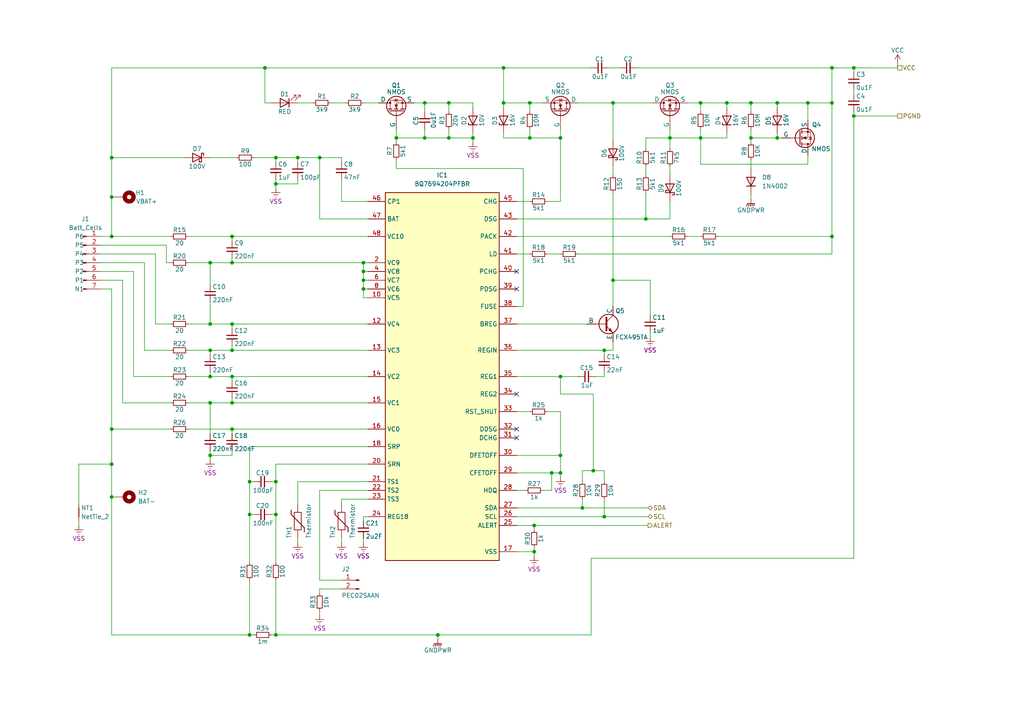
<source format=kicad_sch>
(kicad_sch (version 20230121) (generator eeschema)
  (paper "A4")
  (title_block (title "BMS") (date "2024-01-18") (rev "v0.1"))
  (lib_symbols
    (symbol "BQ7694204PFBR:BQ7694204PFBR"
      (property "Reference" "IC1" (at 21.59 15.24 0))
      (property "Value" "BQ7694204PFBR" (at 21.59 12.7 0))
      (symbol "BQ7694204PFBR_1_1"
        (rectangle (start 5.08 10.16) (end 38.1 -96.52) (stroke (width 0.254)) (fill (type background)))
        (pin no_connect line (at 21.59 -93.98 90) (length 5.08) hide (name "NC_1") (number "1"))
        (pin passive line (at 0 -20.32 0) (length 5.08) (name "VC5") (number "10"))
        (pin no_connect line (at 21.59 -93.98 90) (length 5.08) hide (name "NC_6") (number "11"))
        (pin passive line (at 0 -27.94 0) (length 5.08) (name "VC4") (number "12"))
        (pin passive line (at 0 -35.56 0) (length 5.08) (name "VC3") (number "13"))
        (pin passive line (at 0 -43.18 0) (length 5.08) (name "VC2") (number "14"))
        (pin passive line (at 0 -50.8 0) (length 5.08) (name "VC1") (number "15"))
        (pin passive line (at 0 -58.42 0) (length 5.08) (name "VC0") (number "16"))
        (pin passive line (at 43.18 -93.98 180) (length 5.08) (name "VSS") (number "17"))
        (pin passive line (at 0 -63.5 0) (length 5.08) (name "SRP") (number "18"))
        (pin no_connect line (at 21.59 -93.98 90) (length 5.08) hide (name "NC_7") (number "19"))
        (pin passive line (at 0 -10.16 0) (length 5.08) (name "VC9") (number "2"))
        (pin passive line (at 0 -68.58 0) (length 5.08) (name "SRN") (number "20"))
        (pin passive line (at 0 -73.66 0) (length 5.08) (name "TS1") (number "21"))
        (pin passive line (at 0 -76.2 0) (length 5.08) (name "TS2") (number "22"))
        (pin passive line (at 0 -78.74 0) (length 5.08) (name "TS3") (number "23"))
        (pin passive line (at 0 -83.82 0) (length 5.08) (name "REG18") (number "24"))
        (pin passive line (at 43.18 -86.36 180) (length 5.08) (name "ALERT") (number "25"))
        (pin passive line (at 43.18 -83.82 180) (length 5.08) (name "SCL") (number "26"))
        (pin passive line (at 43.18 -81.28 180) (length 5.08) (name "SDA") (number "27"))
        (pin passive line (at 43.18 -76.2 180) (length 5.08) (name "HDQ") (number "28"))
        (pin passive line (at 43.18 -71.12 180) (length 5.08) (name "CFETOFF") (number "29"))
        (pin no_connect line (at 21.59 -93.98 90) (length 5.08) hide (name "NC_2") (number "3"))
        (pin passive line (at 43.18 -66.04 180) (length 5.08) (name "DFETOFF") (number "30"))
        (pin passive line (at 43.18 -60.96 180) (length 5.08) (name "DCHG") (number "31"))
        (pin passive line (at 43.18 -58.42 180) (length 5.08) (name "DDSG") (number "32"))
        (pin passive line (at 43.18 -53.34 180) (length 5.08) (name "RST_SHUT") (number "33"))
        (pin passive line (at 43.18 -48.26 180) (length 5.08) (name "REG2") (number "34"))
        (pin passive line (at 43.18 -43.18 180) (length 5.08) (name "REG1") (number "35"))
        (pin passive line (at 43.18 -35.56 180) (length 5.08) (name "REGIN") (number "36"))
        (pin passive line (at 43.18 -27.94 180) (length 5.08) (name "BREG") (number "37"))
        (pin passive line (at 43.18 -22.86 180) (length 5.08) (name "FUSE") (number "38"))
        (pin passive line (at 43.18 -17.78 180) (length 5.08) (name "PDSG") (number "39"))
        (pin passive line (at 0 -12.7 0) (length 5.08) (name "VC8") (number "4"))
        (pin passive line (at 43.18 -12.7 180) (length 5.08) (name "PCHG") (number "40"))
        (pin passive line (at 43.18 -7.62 180) (length 5.08) (name "LD") (number "41"))
        (pin passive line (at 43.18 -2.54 180) (length 5.08) (name "PACK") (number "42"))
        (pin passive line (at 43.18 2.54 180) (length 5.08) (name "DSG") (number "43"))
        (pin no_connect line (at 21.59 -93.98 90) (length 5.08) hide (name "NC_8") (number "44"))
        (pin passive line (at 43.18 7.62 180) (length 5.08) (name "CHG") (number "45"))
        (pin passive line (at 0 7.62 0) (length 5.08) (name "CP1") (number "46"))
        (pin passive line (at 0 2.54 0) (length 5.08) (name "BAT") (number "47"))
        (pin passive line (at 0 -2.54 0) (length 5.08) (name "VC10") (number "48"))
        (pin no_connect line (at 21.59 -93.98 90) (length 5.08) hide (name "NC_3") (number "5"))
        (pin passive line (at 0 -15.24 0) (length 5.08) (name "VC7") (number "6"))
        (pin no_connect line (at 21.59 -93.98 90) (length 5.08) hide (name "NC_4") (number "7"))
        (pin passive line (at 0 -17.78 0) (length 5.08) (name "VC6") (number "8"))
        (pin no_connect line (at 21.59 -93.98 90) (length 5.08) hide (name "NC_5") (number "9"))
      )
    )
    (symbol "Connector:Conn_01x02_Pin" (pin_names (offset 1.016) hide)
      (property "Reference" "J" (at 0 2.54 0))
      (property "Value" "Conn_01x02_Pin" (at 0 -5.08 0))
      (symbol "Conn_01x02_Pin_1_1"
        (polyline (pts (xy 1.27 -2.54) (xy 0.8636 -2.54)) (stroke (width 0.1524)))
        (polyline (pts (xy 1.27 0) (xy 0.8636 0)) (stroke (width 0.1524)))
        (rectangle (start 0.8636 -2.413) (end 0 -2.667) (stroke (width 0.1524)) (fill (type outline)))
        (rectangle (start 0.8636 0.127) (end 0 -0.127) (stroke (width 0.1524)) (fill (type outline)))
        (pin passive line (at 5.08 0 180) (length 3.81) (name "Pin_1") (number "1"))
        (pin passive line (at 5.08 -2.54 180) (length 3.81) (name "Pin_2") (number "2"))
      )
    )
    (symbol "Connector:Conn_01x07_Pin" (pin_names (offset 1.016))
      (property "Reference" "J2" (at 0.635 12.7 0))
      (property "Value" "Batt_Cells" (at 0.635 10.16 0))
      (symbol "Conn_01x07_Pin_1_1"
        (polyline (pts (xy 1.27 -7.62) (xy 0.8636 -7.62)) (stroke (width 0.1524)))
        (polyline (pts (xy 1.27 -5.08) (xy 0.8636 -5.08)) (stroke (width 0.1524)))
        (polyline (pts (xy 1.27 -2.54) (xy 0.8636 -2.54)) (stroke (width 0.1524)))
        (polyline (pts (xy 1.27 0) (xy 0.8636 0)) (stroke (width 0.1524)))
        (polyline (pts (xy 1.27 2.54) (xy 0.8636 2.54)) (stroke (width 0.1524)))
        (polyline (pts (xy 1.27 5.08) (xy 0.8636 5.08)) (stroke (width 0.1524)))
        (polyline (pts (xy 1.27 7.62) (xy 0.8636 7.62)) (stroke (width 0.1524)))
        (rectangle (start 0.8636 -7.493) (end 0 -7.747) (stroke (width 0.1524)) (fill (type outline)))
        (rectangle (start 0.8636 -4.953) (end 0 -5.207) (stroke (width 0.1524)) (fill (type outline)))
        (rectangle (start 0.8636 -2.413) (end 0 -2.667) (stroke (width 0.1524)) (fill (type outline)))
        (rectangle (start 0.8636 0.127) (end 0 -0.127) (stroke (width 0.1524)) (fill (type outline)))
        (rectangle (start 0.8636 2.667) (end 0 2.413) (stroke (width 0.1524)) (fill (type outline)))
        (rectangle (start 0.8636 5.207) (end 0 4.953) (stroke (width 0.1524)) (fill (type outline)))
        (rectangle (start 0.8636 7.747) (end 0 7.493) (stroke (width 0.1524)) (fill (type outline)))
        (pin passive line (at 5.08 7.62 180) (length 3.81) (name "Pin_1") (number "1") (alternate "P6" power_in line))
        (pin passive line (at 5.08 5.08 180) (length 3.81) (name "Pin_2") (number "2") (alternate "P5" power_in line))
        (pin passive line (at 5.08 2.54 180) (length 3.81) (name "Pin_3") (number "3") (alternate "P4" power_in line))
        (pin passive line (at 5.08 0 180) (length 3.81) (name "Pin_4") (number "4") (alternate "P3" power_in line))
        (pin passive line (at 5.08 -2.54 180) (length 3.81) (name "Pin_5") (number "5") (alternate "P2" power_in line))
        (pin passive line (at 5.08 -5.08 180) (length 3.81) (name "Pin_6") (number "6") (alternate "P1" power_in line))
        (pin passive line (at 5.08 -7.62 180) (length 3.81) (name "Pin_7") (number "7") (alternate "N1" power_in line))
      )
    )
    (symbol "Device:C_Small" (pin_numbers hide) (pin_names (offset 0.254) hide)
      (property "Reference" "C" (at 0.254 1.778 0))
      (property "Value" "C_Small" (at 0.254 -2.032 0))
      (symbol "C_Small_0_1"
        (polyline (pts (xy -1.524 -0.508) (xy 1.524 -0.508)) (stroke (width 0.3302)))
        (polyline (pts (xy -1.524 0.508) (xy 1.524 0.508)) (stroke (width 0.3048)))
      )
      (symbol "C_Small_1_1"
        (pin passive line (at 0 2.54 270) (length 2.032) (name "~") (number "1"))
        (pin passive line (at 0 -2.54 90) (length 2.032) (name "~") (number "2"))
      )
    )
    (symbol "Device:D_Schottky" (pin_numbers hide) (pin_names (offset 1.016) hide)
      (property "Reference" "D" (at 0 2.54 0))
      (property "Value" "D_Schottky" (at 0 -2.54 0))
      (symbol "D_Schottky_0_1"
        (polyline (pts (xy 1.27 0) (xy -1.27 0)))
        (polyline (pts (xy 1.27 1.27) (xy 1.27 -1.27) (xy -1.27 0) (xy 1.27 1.27)) (stroke (width 0.254)))
        (polyline (pts (xy -1.905 0.635) (xy -1.905 1.27) (xy -1.27 1.27) (xy -1.27 -1.27) (xy -0.635 -1.27) (xy -0.635 -0.635)) (stroke (width 0.254)))
      )
      (symbol "D_Schottky_1_1"
        (pin passive line (at -3.81 0 0) (length 2.54) (name "K") (number "1"))
        (pin passive line (at 3.81 0 180) (length 2.54) (name "A") (number "2"))
      )
    )
    (symbol "Device:D_Zener" (pin_numbers hide) (pin_names (offset 1.016) hide)
      (property "Reference" "D" (at 0 2.54 0))
      (property "Value" "D_Zener" (at 0 -2.54 0))
      (symbol "D_Zener_0_1"
        (polyline (pts (xy 1.27 0) (xy -1.27 0)))
        (polyline (pts (xy -1.27 -1.27) (xy -1.27 1.27) (xy -0.762 1.27)) (stroke (width 0.254)))
        (polyline (pts (xy 1.27 -1.27) (xy 1.27 1.27) (xy -1.27 0) (xy 1.27 -1.27)) (stroke (width 0.254)))
      )
      (symbol "D_Zener_1_1"
        (pin passive line (at -3.81 0 0) (length 2.54) (name "K") (number "1"))
        (pin passive line (at 3.81 0 180) (length 2.54) (name "A") (number "2"))
      )
    )
    (symbol "Device:LED" (pin_numbers hide) (pin_names (offset 1.016) hide)
      (property "Reference" "D" (at 0 2.54 0))
      (property "Value" "LED" (at 0 -2.54 0))
      (symbol "LED_0_1"
        (polyline (pts (xy -1.27 -1.27) (xy -1.27 1.27)) (stroke (width 0.254)))
        (polyline (pts (xy -1.27 0) (xy 1.27 0)))
        (polyline (pts (xy 1.27 -1.27) (xy 1.27 1.27) (xy -1.27 0) (xy 1.27 -1.27)) (stroke (width 0.254)))
        (polyline (pts (xy -3.048 -0.762) (xy -4.572 -2.286) (xy -3.81 -2.286) (xy -4.572 -2.286) (xy -4.572 -1.524)))
        (polyline (pts (xy -1.778 -0.762) (xy -3.302 -2.286) (xy -2.54 -2.286) (xy -3.302 -2.286) (xy -3.302 -1.524)))
      )
      (symbol "LED_1_1"
        (pin passive line (at -3.81 0 0) (length 2.54) (name "K") (number "1"))
        (pin passive line (at 3.81 0 180) (length 2.54) (name "A") (number "2"))
      )
    )
    (symbol "Device:NetTie_2" (pin_numbers hide) (pin_names (offset 0) hide) (in_bom no)
      (property "Reference" "NT" (at 0 1.27 0))
      (property "Value" "NetTie_2" (at 0 -1.27 0))
      (symbol "NetTie_2_0_1"
        (polyline (pts (xy -1.27 0) (xy 1.27 0)) (stroke (width 0.254)))
      )
      (symbol "NetTie_2_1_1"
        (pin passive line (at -2.54 0 0) (length 2.54) (name "1") (number "1"))
        (pin passive line (at 2.54 0 180) (length 2.54) (name "2") (number "2"))
      )
    )
    (symbol "Device:R_Small" (pin_numbers hide) (pin_names (offset 0.254) hide)
      (property "Reference" "R" (at 0.762 0.508 0))
      (property "Value" "R_Small" (at 0.762 -1.016 0))
      (symbol "R_Small_0_1"
        (rectangle (start -0.762 1.778) (end 0.762 -1.778) (stroke (width 0.2032)))
      )
      (symbol "R_Small_1_1"
        (pin passive line (at 0 2.54 270) (length 0.762) (name "~") (number "1"))
        (pin passive line (at 0 -2.54 90) (length 0.762) (name "~") (number "2"))
      )
    )
    (symbol "Device:Thermistor" (pin_numbers hide) (pin_names (offset 0))
      (property "Reference" "TH" (at 2.54 1.27 90))
      (property "Value" "Thermistor" (at -2.54 0 90))
      (symbol "Thermistor_0_1"
        (rectangle (start -1.016 2.54) (end 1.016 -2.54) (stroke (width 0.2032)))
        (polyline (pts (xy -1.905 3.175) (xy -1.905 1.905) (xy 1.905 -1.905) (xy 1.905 -3.175) (xy 1.905 -3.175)) (stroke (width 0.254)))
      )
      (symbol "Thermistor_1_1"
        (pin passive line (at 0 5.08 270) (length 2.54) (name "~") (number "1"))
        (pin passive line (at 0 -5.08 90) (length 2.54) (name "~") (number "2"))
      )
    )
    (symbol "Diode:1N4002" (pin_numbers hide) (pin_names hide)
      (property "Reference" "D" (at 0 2.54 0))
      (property "Value" "1N4002" (at 0 -2.54 0))
      (symbol "1N4002_0_1"
        (polyline (pts (xy -1.27 1.27) (xy -1.27 -1.27)) (stroke (width 0.254)))
        (polyline (pts (xy 1.27 0) (xy -1.27 0)))
        (polyline (pts (xy 1.27 1.27) (xy 1.27 -1.27) (xy -1.27 0) (xy 1.27 1.27)) (stroke (width 0.254)))
      )
      (symbol "1N4002_1_1"
        (pin passive line (at -3.81 0 0) (length 2.54) (name "K") (number "1"))
        (pin passive line (at 3.81 0 180) (length 2.54) (name "A") (number "2"))
      )
    )
    (symbol "Mechanical:MountingHole_Pad" (pin_numbers hide) (pin_names (offset 1.016) hide)
      (property "Reference" "H" (at 0 6.35 0))
      (property "Value" "MountingHole_Pad" (at 0 4.445 0))
      (symbol "MountingHole_Pad_0_1"
        (circle (center 0 1.27) (radius 1.27) (stroke (width 1.27)))
      )
      (symbol "MountingHole_Pad_1_1"
        (pin input line (at 0 -2.54 90) (length 2.54) (name "1") (number "1"))
      )
    )
    (symbol "Simulation_SPICE:NMOS" (pin_numbers hide) (pin_names (offset 0))
      (property "Reference" "Q" (at 5.08 1.27 0))
      (property "Value" "NMOS" (at 5.08 -1.27 0))
      (symbol "NMOS_0_1"
        (polyline (pts (xy 0.254 0) (xy -2.54 0)))
        (polyline (pts (xy 0.254 1.905) (xy 0.254 -1.905)) (stroke (width 0.254)))
        (polyline (pts (xy 0.762 -1.27) (xy 0.762 -2.286)) (stroke (width 0.254)))
        (polyline (pts (xy 0.762 0.508) (xy 0.762 -0.508)) (stroke (width 0.254)))
        (polyline (pts (xy 0.762 2.286) (xy 0.762 1.27)) (stroke (width 0.254)))
        (polyline (pts (xy 2.54 2.54) (xy 2.54 1.778)))
        (polyline (pts (xy 2.54 -2.54) (xy 2.54 0) (xy 0.762 0)))
        (polyline (pts (xy 0.762 -1.778) (xy 3.302 -1.778) (xy 3.302 1.778) (xy 0.762 1.778)))
        (polyline (pts (xy 1.016 0) (xy 2.032 0.381) (xy 2.032 -0.381) (xy 1.016 0)) (fill (type outline)))
        (polyline (pts (xy 2.794 0.508) (xy 2.921 0.381) (xy 3.683 0.381) (xy 3.81 0.254)))
        (polyline (pts (xy 3.302 0.381) (xy 2.921 -0.254) (xy 3.683 -0.254) (xy 3.302 0.381)))
        (circle (center 1.651 0) (radius 2.794) (stroke (width 0.254)))
        (circle (center 2.54 -1.778) (radius 0.254) (fill (type outline)))
        (circle (center 2.54 1.778) (radius 0.254) (fill (type outline)))
      )
      (symbol "NMOS_1_1"
        (pin passive line (at 2.54 5.08 270) (length 2.54) (name "D") (number "1"))
        (pin input line (at -5.08 0 0) (length 2.54) (name "G") (number "2"))
        (pin passive line (at 2.54 -5.08 90) (length 2.54) (name "S") (number "3"))
      )
    )
    (symbol "Simulation_SPICE:NPN" (pin_numbers hide) (pin_names (offset 0))
      (property "Reference" "Q" (at -2.54 7.62 0))
      (property "Value" "NPN" (at -2.54 5.08 0))
      (symbol "NPN_0_1"
        (polyline (pts (xy -2.54 0) (xy 0.635 0)) (stroke (width 0.1524)))
        (polyline (pts (xy 0.635 0.635) (xy 2.54 2.54)))
        (polyline (pts (xy 2.794 -1.27) (xy 2.794 -1.27)) (stroke (width 0.1524)))
        (polyline (pts (xy 2.794 -1.27) (xy 2.794 -1.27)) (stroke (width 0.1524)))
        (polyline (pts (xy 0.635 -0.635) (xy 2.54 -2.54) (xy 2.54 -2.54)))
        (polyline (pts (xy 0.635 1.905) (xy 0.635 -1.905) (xy 0.635 -1.905)) (stroke (width 0.508)))
        (polyline (pts (xy 1.27 -1.778) (xy 1.778 -1.27) (xy 2.286 -2.286) (xy 1.27 -1.778) (xy 1.27 -1.778)) (fill (type outline)))
        (circle (center 1.27 0) (radius 2.8194) (stroke (width 0.254)))
      )
      (symbol "NPN_1_1"
        (pin open_collector line (at 2.54 5.08 270) (length 2.54) (name "C") (number "1"))
        (pin input line (at -5.08 0 0) (length 2.54) (name "B") (number "2"))
        (pin open_emitter line (at 2.54 -5.08 90) (length 2.54) (name "E") (number "3"))
      )
    )
    (symbol "power:Earth" (power) (pin_names (offset 0))
      (symbol "Earth_0_1"
        (polyline (pts (xy -0.635 -1.905) (xy 0.635 -1.905)))
        (polyline (pts (xy -0.127 -2.54) (xy 0.127 -2.54)))
        (polyline (pts (xy 0 -1.27) (xy 0 0)))
        (polyline (pts (xy 1.27 -1.27) (xy -1.27 -1.27)))
      )
      (symbol "Earth_1_1"
        (pin power_in line (at 0 0 270) (length 0) hide (name "Earth") (number "1"))
      )
    )
    (symbol "power:GNDPWR" (power) (pin_names (offset 0))
      (property "Value" "GNDPWR" (at 0 -3.302 0))
      (symbol "GNDPWR_0_1"
        (polyline (pts (xy 0 -1.27) (xy 0 0)))
        (polyline (pts (xy -1.016 -1.27) (xy -1.27 -2.032) (xy -1.27 -2.032)) (stroke (width 0.2032)))
        (polyline (pts (xy -0.508 -1.27) (xy -0.762 -2.032) (xy -0.762 -2.032)) (stroke (width 0.2032)))
        (polyline (pts (xy 0 -1.27) (xy -0.254 -2.032) (xy -0.254 -2.032)) (stroke (width 0.2032)))
        (polyline (pts (xy 0.508 -1.27) (xy 0.254 -2.032) (xy 0.254 -2.032)) (stroke (width 0.2032)))
        (polyline (pts (xy 1.016 -1.27) (xy -1.016 -1.27) (xy -1.016 -1.27)) (stroke (width 0.2032)))
        (polyline (pts (xy 1.016 -1.27) (xy 0.762 -2.032) (xy 0.762 -2.032) (xy 0.762 -2.032)) (stroke (width 0.2032)))
      )
      (symbol "GNDPWR_1_1"
        (pin power_in line (at 0 0 270) (length 0) hide (name "GNDPWR") (number "1"))
      )
    )
    (symbol "power:VCC" (power) (pin_names (offset 0))
      (property "Value" "VCC" (at 0 3.81 0))
      (symbol "VCC_0_1"
        (polyline (pts (xy -0.762 1.27) (xy 0 2.54)))
        (polyline (pts (xy 0 0) (xy 0 2.54)))
        (polyline (pts (xy 0 2.54) (xy 0.762 1.27)))
      )
      (symbol "VCC_1_1"
        (pin power_in line (at 0 0 90) (length 0) hide (name "VCC") (number "1"))
      )
    )
  )
  (junction (at 67.31 76.2))
  (junction (at 241.3 29.845))
  (junction (at 162.56 137.16))
  (junction (at 162.56 132.08))
  (junction (at 60.96 116.84))
  (junction (at 217.805 29.845))
  (junction (at 127 184.15))
  (junction (at 154.94 152.4))
  (junction (at 32.385 45.72))
  (junction (at 67.31 93.98))
  (junction (at 105.41 78.74))
  (junction (at 105.41 81.28))
  (junction (at 241.3 68.58))
  (junction (at 80.01 184.15))
  (junction (at 153.67 29.845))
  (junction (at 72.39 139.7))
  (junction (at 67.31 116.84))
  (junction (at 80.01 139.7))
  (junction (at 67.31 109.22))
  (junction (at 80.01 53.34))
  (junction (at 123.19 29.845))
  (junction (at 175.26 101.6))
  (junction (at 32.385 68.58))
  (junction (at 154.94 160.02))
  (junction (at 225.425 29.845))
  (junction (at 72.39 149.225))
  (junction (at 86.36 45.72))
  (junction (at 80.01 45.72))
  (junction (at 225.425 40.005))
  (junction (at 130.175 29.845))
  (junction (at 123.19 40.005))
  (junction (at 160.02 137.16))
  (junction (at 60.96 76.2))
  (junction (at 80.01 149.225))
  (junction (at 76.835 19.685))
  (junction (at 32.385 134.62))
  (junction (at 114.935 40.005))
  (junction (at 203.2 29.845))
  (junction (at 247.65 33.655))
  (junction (at 187.325 63.5))
  (junction (at 162.56 109.22))
  (junction (at 241.3 19.685))
  (junction (at 60.96 132.08))
  (junction (at 217.805 40.005))
  (junction (at 234.315 29.845))
  (junction (at 175.26 149.86))
  (junction (at 153.67 40.005))
  (junction (at 105.41 76.2))
  (junction (at 172.085 136.525))
  (junction (at 146.05 29.845))
  (junction (at 72.39 184.15))
  (junction (at 168.91 147.32))
  (junction (at 67.31 101.6))
  (junction (at 177.8 81.28))
  (junction (at 137.16 40.005))
  (junction (at 247.65 19.685))
  (junction (at 92.71 45.72))
  (junction (at 105.41 83.82))
  (junction (at 130.175 40.005))
  (junction (at 60.96 109.22))
  (junction (at 146.05 19.685))
  (junction (at 60.96 101.6))
  (junction (at 162.56 40.005))
  (junction (at 32.385 144.145))
  (junction (at 194.31 40.005))
  (junction (at 67.31 124.46))
  (junction (at 67.31 68.58))
  (junction (at 203.2 40.005))
  (junction (at 60.96 93.98))
  (junction (at 210.82 29.845))
  (junction (at 177.8 29.845))
  (junction (at 32.385 57.15))
  (junction (at 32.385 124.46))
  (no_connect (at 149.86 114.3))
  (no_connect (at 149.86 83.82))
  (no_connect (at 149.86 127))
  (no_connect (at 149.86 78.74))
  (no_connect (at 149.86 124.46))
  (wire (pts (xy 86.36 29.845) (xy 90.805 29.845)))
  (wire (pts (xy 80.01 168.275) (xy 80.01 184.15)))
  (wire (pts (xy 241.3 29.845) (xy 241.3 68.58)))
  (wire (pts (xy 123.19 37.465) (xy 123.19 40.005)))
  (wire (pts (xy 29.21 71.12) (xy 48.26 71.12)))
  (wire (pts (xy 106.68 63.5) (xy 92.71 63.5)))
  (wire (pts (xy 67.31 130.81) (xy 67.31 132.08)))
  (wire (pts (xy 154.94 160.02) (xy 154.94 161.29)))
  (wire (pts (xy 38.735 78.74) (xy 38.735 109.22)))
  (wire (pts (xy 217.805 29.845) (xy 217.805 32.385)))
  (wire (pts (xy 153.67 29.845) (xy 153.67 32.385)))
  (wire (pts (xy 247.65 161.925) (xy 247.65 33.655)))
  (wire (pts (xy 60.96 101.6) (xy 60.96 102.87)))
  (wire (pts (xy 241.3 19.685) (xy 241.3 29.845)))
  (wire (pts (xy 199.39 29.845) (xy 203.2 29.845)))
  (wire (pts (xy 160.02 137.16) (xy 160.02 142.24)))
  (wire (pts (xy 67.31 68.58) (xy 106.68 68.58)))
  (wire (pts (xy 157.48 29.845) (xy 153.67 29.845)))
  (wire (pts (xy 203.2 40.005) (xy 203.2 47.625)))
  (wire (pts (xy 29.21 68.58) (xy 32.385 68.58)))
  (wire (pts (xy 73.66 45.72) (xy 80.01 45.72)))
  (wire (pts (xy 99.06 52.07) (xy 99.06 58.42)))
  (wire (pts (xy 60.96 76.2) (xy 67.31 76.2)))
  (wire (pts (xy 67.31 124.46) (xy 67.31 125.73)))
  (wire (pts (xy 86.36 52.07) (xy 86.36 53.34)))
  (wire (pts (xy 149.86 149.86) (xy 175.26 149.86)))
  (wire (pts (xy 105.41 81.28) (xy 105.41 83.82)))
  (wire (pts (xy 67.31 115.57) (xy 67.31 116.84)))
  (wire (pts (xy 146.05 19.685) (xy 146.05 29.845)))
  (wire (pts (xy 210.82 29.845) (xy 217.805 29.845)))
  (wire (pts (xy 167.64 73.66) (xy 241.3 73.66)))
  (wire (pts (xy 149.86 119.38) (xy 153.67 119.38)))
  (wire (pts (xy 241.3 68.58) (xy 241.3 73.66)))
  (wire (pts (xy 67.31 68.58) (xy 67.31 69.85)))
  (wire (pts (xy 32.385 57.15) (xy 32.385 68.58)))
  (wire (pts (xy 54.61 109.22) (xy 60.96 109.22)))
  (wire (pts (xy 137.16 38.735) (xy 137.16 40.005)))
  (wire (pts (xy 137.16 40.005) (xy 130.175 40.005)))
  (wire (pts (xy 48.26 76.2) (xy 48.26 71.12)))
  (wire (pts (xy 67.31 109.22) (xy 67.31 110.49)))
  (wire (pts (xy 162.56 37.465) (xy 162.56 40.005)))
  (wire (pts (xy 114.935 40.005) (xy 114.935 41.275)))
  (wire (pts (xy 32.385 144.145) (xy 32.385 184.15)))
  (wire (pts (xy 105.41 76.2) (xy 105.41 78.74)))
  (wire (pts (xy 194.31 37.465) (xy 194.31 40.005)))
  (wire (pts (xy 130.175 40.005) (xy 123.19 40.005)))
  (wire (pts (xy 114.935 40.005) (xy 114.935 37.465)))
  (wire (pts (xy 177.8 29.845) (xy 189.23 29.845)))
  (wire (pts (xy 177.8 29.845) (xy 177.8 40.64)))
  (wire (pts (xy 171.45 184.15) (xy 171.45 161.925)))
  (wire (pts (xy 194.31 43.18) (xy 194.31 40.005)))
  (wire (pts (xy 162.56 137.16) (xy 162.56 132.08)))
  (wire (pts (xy 80.01 184.15) (xy 127 184.15)))
  (wire (pts (xy 177.8 48.26) (xy 177.8 50.8)))
  (wire (pts (xy 86.36 45.72) (xy 86.36 46.99)))
  (wire (pts (xy 153.67 37.465) (xy 153.67 40.005)))
  (wire (pts (xy 92.71 177.165) (xy 92.71 178.435)))
  (wire (pts (xy 99.06 156.21) (xy 99.06 157.48)))
  (wire (pts (xy 188.595 96.52) (xy 188.595 97.79)))
  (wire (pts (xy 106.68 86.36) (xy 105.41 86.36)))
  (wire (pts (xy 92.71 63.5) (xy 92.71 45.72)))
  (wire (pts (xy 41.91 76.2) (xy 41.91 101.6)))
  (wire (pts (xy 60.96 107.95) (xy 60.96 109.22)))
  (wire (pts (xy 32.385 184.15) (xy 72.39 184.15)))
  (wire (pts (xy 76.835 29.845) (xy 76.835 19.685)))
  (wire (pts (xy 234.315 47.625) (xy 203.2 47.625)))
  (wire (pts (xy 175.26 101.6) (xy 175.26 102.87)))
  (wire (pts (xy 72.39 149.225) (xy 72.39 139.7)))
  (wire (pts (xy 73.66 139.7) (xy 72.39 139.7)))
  (wire (pts (xy 54.61 101.6) (xy 60.96 101.6)))
  (wire (pts (xy 225.425 40.005) (xy 226.695 40.005)))
  (wire (pts (xy 80.01 149.225) (xy 80.01 163.195)))
  (wire (pts (xy 146.05 40.005) (xy 153.67 40.005)))
  (wire (pts (xy 106.68 81.28) (xy 105.41 81.28)))
  (wire (pts (xy 32.385 83.82) (xy 32.385 124.46)))
  (wire (pts (xy 234.315 45.085) (xy 234.315 47.625)))
  (wire (pts (xy 86.36 53.34) (xy 80.01 53.34)))
  (wire (pts (xy 153.67 29.845) (xy 146.05 29.845)))
  (wire (pts (xy 162.56 40.005) (xy 162.56 58.42)))
  (wire (pts (xy 86.36 45.72) (xy 92.71 45.72)))
  (wire (pts (xy 29.21 76.2) (xy 41.91 76.2)))
  (wire (pts (xy 203.2 40.005) (xy 194.31 40.005)))
  (wire (pts (xy 67.31 124.46) (xy 106.68 124.46)))
  (wire (pts (xy 199.39 68.58) (xy 203.2 68.58)))
  (wire (pts (xy 60.96 116.84) (xy 60.96 125.73)))
  (wire (pts (xy 194.31 48.26) (xy 194.31 50.8)))
  (wire (pts (xy 67.31 116.84) (xy 106.68 116.84)))
  (wire (pts (xy 158.75 119.38) (xy 162.56 119.38)))
  (wire (pts (xy 105.41 156.21) (xy 105.41 157.48)))
  (wire (pts (xy 177.8 99.06) (xy 177.8 101.6)))
  (wire (pts (xy 149.86 93.98) (xy 170.18 93.98)))
  (wire (pts (xy 29.21 83.82) (xy 32.385 83.82)))
  (wire (pts (xy 247.65 26.035) (xy 247.65 27.305)))
  (wire (pts (xy 78.74 139.7) (xy 80.01 139.7)))
  (wire (pts (xy 86.36 139.7) (xy 86.36 146.05)))
  (wire (pts (xy 80.01 45.72) (xy 80.01 46.99)))
  (wire (pts (xy 177.8 55.88) (xy 177.8 81.28)))
  (wire (pts (xy 80.01 149.225) (xy 80.01 139.7)))
  (wire (pts (xy 162.56 109.22) (xy 167.64 109.22)))
  (wire (pts (xy 149.86 147.32) (xy 168.91 147.32)))
  (wire (pts (xy 80.01 53.34) (xy 80.01 54.61)))
  (wire (pts (xy 247.65 33.655) (xy 260.35 33.655)))
  (wire (pts (xy 41.91 101.6) (xy 49.53 101.6)))
  (wire (pts (xy 154.94 160.02) (xy 149.86 160.02)))
  (wire (pts (xy 32.385 45.72) (xy 32.385 57.15)))
  (wire (pts (xy 149.86 132.08) (xy 162.56 132.08)))
  (wire (pts (xy 67.31 100.33) (xy 67.31 101.6)))
  (wire (pts (xy 151.765 48.895) (xy 151.765 88.9)))
  (wire (pts (xy 32.385 68.58) (xy 49.53 68.58)))
  (wire (pts (xy 32.385 144.145) (xy 33.655 144.145)))
  (wire (pts (xy 149.86 142.24) (xy 152.4 142.24)))
  (wire (pts (xy 105.41 86.36) (xy 105.41 83.82)))
  (wire (pts (xy 175.26 144.78) (xy 175.26 149.86)))
  (wire (pts (xy 67.31 132.08) (xy 60.96 132.08)))
  (wire (pts (xy 151.765 88.9) (xy 149.86 88.9)))
  (wire (pts (xy 217.805 56.515) (xy 217.805 57.785)))
  (wire (pts (xy 54.61 124.46) (xy 67.31 124.46)))
  (wire (pts (xy 203.2 29.845) (xy 210.82 29.845)))
  (wire (pts (xy 29.21 73.66) (xy 45.085 73.66)))
  (wire (pts (xy 92.71 142.24) (xy 92.71 168.275)))
  (wire (pts (xy 188.595 81.28) (xy 177.8 81.28)))
  (wire (pts (xy 149.86 137.16) (xy 160.02 137.16)))
  (wire (pts (xy 175.26 136.525) (xy 175.26 139.7)))
  (wire (pts (xy 157.48 142.24) (xy 160.02 142.24)))
  (wire (pts (xy 225.425 38.735) (xy 225.425 40.005)))
  (wire (pts (xy 67.31 76.2) (xy 105.41 76.2)))
  (wire (pts (xy 99.06 58.42) (xy 106.68 58.42)))
  (wire (pts (xy 146.05 19.685) (xy 171.45 19.685)))
  (wire (pts (xy 149.86 58.42) (xy 153.67 58.42)))
  (wire (pts (xy 149.86 68.58) (xy 194.31 68.58)))
  (wire (pts (xy 99.06 144.78) (xy 99.06 146.05)))
  (wire (pts (xy 92.71 168.275) (xy 99.06 168.275)))
  (wire (pts (xy 54.61 68.58) (xy 67.31 68.58)))
  (wire (pts (xy 260.35 18.415) (xy 260.35 19.685)))
  (wire (pts (xy 184.785 19.685) (xy 241.3 19.685)))
  (wire (pts (xy 158.75 73.66) (xy 162.56 73.66)))
  (wire (pts (xy 67.31 74.93) (xy 67.31 76.2)))
  (wire (pts (xy 80.01 134.62) (xy 106.68 134.62)))
  (wire (pts (xy 114.935 46.355) (xy 114.935 48.895)))
  (wire (pts (xy 123.19 29.845) (xy 130.175 29.845)))
  (wire (pts (xy 78.74 184.15) (xy 80.01 184.15)))
  (wire (pts (xy 203.2 37.465) (xy 203.2 40.005)))
  (wire (pts (xy 153.67 40.005) (xy 162.56 40.005)))
  (wire (pts (xy 32.385 19.685) (xy 32.385 45.72)))
  (wire (pts (xy 49.53 76.2) (xy 48.26 76.2)))
  (wire (pts (xy 67.31 93.98) (xy 67.31 95.25)))
  (wire (pts (xy 105.41 29.845) (xy 109.855 29.845)))
  (wire (pts (xy 175.26 149.86) (xy 187.96 149.86)))
  (wire (pts (xy 172.085 136.525) (xy 172.085 114.3)))
  (wire (pts (xy 60.96 87.63) (xy 60.96 93.98)))
  (wire (pts (xy 171.45 161.925) (xy 247.65 161.925)))
  (wire (pts (xy 106.68 149.86) (xy 105.41 149.86)))
  (wire (pts (xy 154.94 158.75) (xy 154.94 160.02)))
  (wire (pts (xy 73.66 149.225) (xy 72.39 149.225)))
  (wire (pts (xy 188.595 91.44) (xy 188.595 81.28)))
  (wire (pts (xy 95.885 29.845) (xy 100.33 29.845)))
  (wire (pts (xy 29.21 78.74) (xy 38.735 78.74)))
  (wire (pts (xy 217.805 46.355) (xy 217.805 48.895)))
  (wire (pts (xy 32.385 134.62) (xy 32.385 124.46)))
  (wire (pts (xy 177.8 81.28) (xy 177.8 88.9)))
  (wire (pts (xy 172.085 114.3) (xy 162.56 114.3)))
  (wire (pts (xy 99.06 46.99) (xy 99.06 45.72)))
  (wire (pts (xy 60.96 45.72) (xy 68.58 45.72)))
  (wire (pts (xy 168.91 144.78) (xy 168.91 147.32)))
  (wire (pts (xy 123.19 40.005) (xy 114.935 40.005)))
  (wire (pts (xy 154.94 152.4) (xy 154.94 153.67)))
  (wire (pts (xy 225.425 40.005) (xy 217.805 40.005)))
  (wire (pts (xy 149.86 63.5) (xy 187.325 63.5)))
  (wire (pts (xy 67.31 109.22) (xy 106.68 109.22)))
  (wire (pts (xy 127 184.15) (xy 127 185.42)))
  (wire (pts (xy 172.72 109.22) (xy 175.26 109.22)))
  (wire (pts (xy 106.68 76.2) (xy 105.41 76.2)))
  (wire (pts (xy 149.86 73.66) (xy 153.67 73.66)))
  (wire (pts (xy 187.325 40.005) (xy 194.31 40.005)))
  (wire (pts (xy 130.175 29.845) (xy 137.16 29.845)))
  (wire (pts (xy 49.53 116.84) (xy 35.56 116.84)))
  (wire (pts (xy 120.015 29.845) (xy 123.19 29.845)))
  (wire (pts (xy 203.2 29.845) (xy 203.2 32.385)))
  (wire (pts (xy 60.96 116.84) (xy 67.31 116.84)))
  (wire (pts (xy 208.28 68.58) (xy 241.3 68.58)))
  (wire (pts (xy 32.385 124.46) (xy 49.53 124.46)))
  (wire (pts (xy 54.61 76.2) (xy 60.96 76.2)))
  (wire (pts (xy 54.61 93.98) (xy 60.96 93.98)))
  (wire (pts (xy 137.16 29.845) (xy 137.16 31.115)))
  (wire (pts (xy 60.96 132.08) (xy 60.96 133.35)))
  (wire (pts (xy 217.805 40.005) (xy 217.805 41.275)))
  (wire (pts (xy 22.86 134.62) (xy 32.385 134.62)))
  (wire (pts (xy 217.805 29.845) (xy 225.425 29.845)))
  (wire (pts (xy 234.315 29.845) (xy 241.3 29.845)))
  (wire (pts (xy 38.735 109.22) (xy 49.53 109.22)))
  (wire (pts (xy 60.96 101.6) (xy 67.31 101.6)))
  (wire (pts (xy 175.26 107.95) (xy 175.26 109.22)))
  (wire (pts (xy 60.96 76.2) (xy 60.96 82.55)))
  (wire (pts (xy 175.26 101.6) (xy 177.8 101.6)))
  (wire (pts (xy 123.19 29.845) (xy 123.19 32.385)))
  (wire (pts (xy 78.74 29.845) (xy 76.835 29.845)))
  (wire (pts (xy 92.71 142.24) (xy 106.68 142.24)))
  (wire (pts (xy 72.39 149.225) (xy 72.39 163.195)))
  (wire (pts (xy 105.41 78.74) (xy 105.41 81.28)))
  (wire (pts (xy 60.96 93.98) (xy 67.31 93.98)))
  (wire (pts (xy 247.65 20.955) (xy 247.65 19.685)))
  (wire (pts (xy 162.56 137.16) (xy 162.56 138.43)))
  (wire (pts (xy 247.65 19.685) (xy 260.35 19.685)))
  (wire (pts (xy 106.68 78.74) (xy 105.41 78.74)))
  (wire (pts (xy 149.86 109.22) (xy 162.56 109.22)))
  (wire (pts (xy 29.21 81.28) (xy 35.56 81.28)))
  (wire (pts (xy 162.56 114.3) (xy 162.56 109.22)))
  (wire (pts (xy 106.68 139.7) (xy 86.36 139.7)))
  (wire (pts (xy 72.39 129.54) (xy 106.68 129.54)))
  (wire (pts (xy 105.41 149.86) (xy 105.41 151.13)))
  (wire (pts (xy 32.385 19.685) (xy 76.835 19.685)))
  (wire (pts (xy 168.91 147.32) (xy 187.96 147.32)))
  (wire (pts (xy 92.71 170.815) (xy 92.71 172.085)))
  (wire (pts (xy 22.86 146.05) (xy 22.86 134.62)))
  (wire (pts (xy 187.325 40.005) (xy 187.325 43.18)))
  (wire (pts (xy 67.31 101.6) (xy 106.68 101.6)))
  (wire (pts (xy 146.05 29.845) (xy 146.05 31.115)))
  (wire (pts (xy 160.02 137.16) (xy 162.56 137.16)))
  (wire (pts (xy 210.82 38.735) (xy 210.82 40.005)))
  (wire (pts (xy 172.085 136.525) (xy 175.26 136.525)))
  (wire (pts (xy 225.425 29.845) (xy 225.425 31.115)))
  (wire (pts (xy 60.96 132.08) (xy 60.96 130.81)))
  (wire (pts (xy 45.085 93.98) (xy 49.53 93.98)))
  (wire (pts (xy 176.53 19.685) (xy 179.705 19.685)))
  (wire (pts (xy 137.16 40.005) (xy 137.16 41.275)))
  (wire (pts (xy 130.175 37.465) (xy 130.175 40.005)))
  (wire (pts (xy 127 184.15) (xy 171.45 184.15)))
  (wire (pts (xy 158.75 58.42) (xy 162.56 58.42)))
  (wire (pts (xy 32.385 45.72) (xy 53.34 45.72)))
  (wire (pts (xy 72.39 184.15) (xy 73.66 184.15)))
  (wire (pts (xy 114.935 48.895) (xy 151.765 48.895)))
  (wire (pts (xy 168.91 139.7) (xy 168.91 136.525)))
  (wire (pts (xy 45.085 73.66) (xy 45.085 93.98)))
  (wire (pts (xy 80.01 53.34) (xy 80.01 52.07)))
  (wire (pts (xy 210.82 40.005) (xy 203.2 40.005)))
  (wire (pts (xy 92.71 45.72) (xy 99.06 45.72)))
  (wire (pts (xy 78.74 149.225) (xy 80.01 149.225)))
  (wire (pts (xy 146.05 38.735) (xy 146.05 40.005)))
  (wire (pts (xy 60.96 109.22) (xy 67.31 109.22)))
  (wire (pts (xy 35.56 81.28) (xy 35.56 116.84)))
  (wire (pts (xy 217.805 37.465) (xy 217.805 40.005)))
  (wire (pts (xy 80.01 134.62) (xy 80.01 139.7)))
  (wire (pts (xy 32.385 144.145) (xy 32.385 134.62)))
  (wire (pts (xy 187.325 55.88) (xy 187.325 63.5)))
  (wire (pts (xy 92.71 170.815) (xy 99.06 170.815)))
  (wire (pts (xy 72.39 129.54) (xy 72.39 139.7)))
  (wire (pts (xy 99.06 144.78) (xy 106.68 144.78)))
  (wire (pts (xy 194.31 58.42) (xy 194.31 63.5)))
  (wire (pts (xy 247.65 19.685) (xy 241.3 19.685)))
  (wire (pts (xy 22.86 151.13) (xy 22.86 152.4)))
  (wire (pts (xy 234.315 34.925) (xy 234.315 29.845)))
  (wire (pts (xy 187.325 48.26) (xy 187.325 50.8)))
  (wire (pts (xy 210.82 29.845) (xy 210.82 31.115)))
  (wire (pts (xy 106.68 83.82) (xy 105.41 83.82)))
  (wire (pts (xy 130.175 29.845) (xy 130.175 32.385)))
  (wire (pts (xy 167.64 29.845) (xy 177.8 29.845)))
  (wire (pts (xy 247.65 32.385) (xy 247.65 33.655)))
  (wire (pts (xy 149.86 152.4) (xy 154.94 152.4)))
  (wire (pts (xy 67.31 93.98) (xy 106.68 93.98)))
  (wire (pts (xy 149.86 101.6) (xy 175.26 101.6)))
  (wire (pts (xy 32.385 57.15) (xy 33.655 57.15)))
  (wire (pts (xy 86.36 156.21) (xy 86.36 157.48)))
  (wire (pts (xy 72.39 168.275) (xy 72.39 184.15)))
  (wire (pts (xy 168.91 136.525) (xy 172.085 136.525)))
  (wire (pts (xy 80.01 45.72) (xy 86.36 45.72)))
  (wire (pts (xy 54.61 116.84) (xy 60.96 116.84)))
  (wire (pts (xy 154.94 152.4) (xy 187.96 152.4)))
  (wire (pts (xy 76.835 19.685) (xy 146.05 19.685)))
  (wire (pts (xy 234.315 29.845) (xy 225.425 29.845)))
  (wire (pts (xy 162.56 119.38) (xy 162.56 132.08)))
  (wire (pts (xy 187.325 63.5) (xy 194.31 63.5)))
  (hierarchical_label "SDA" (shape bidirectional) (at 187.96 147.32 0))
  (hierarchical_label "SCL" (shape bidirectional) (at 187.96 149.86 0))
  (hierarchical_label "PGND" (shape passive) (at 260.35 33.655 0))
  (hierarchical_label "ALERT" (shape output) (at 187.96 152.4 0))
  (hierarchical_label "VCC" (shape passive) (at 260.35 19.685 0))
  (symbol (lib_id "Device:LED") (at 82.55 29.845 180) (unit 1)
    (property "Reference" "D1" (at 82.55 27.305 0))
    (property "Value" "RED" (at 82.55 32.385 0))
  )
  (symbol (lib_id "Device:R_Small") (at 156.21 73.66 90) (unit 1)
    (property "Reference" "R18" (at 156.21 71.755 90))
    (property "Value" "5k1" (at 156.21 75.565 90))
  )
  (symbol (lib_id "Device:C_Small") (at 173.99 19.685 90) (unit 1)
    (property "Reference" "C1" (at 175.26 17.145 90) (effects (justify left)))
    (property "Value" "0u1F" (at 176.53 22.225 90) (effects (justify left)))
  )
  (symbol (lib_id "Device:R_Small") (at 52.07 124.46 90) (unit 1)
    (property "Reference" "R26" (at 52.07 122.555 90))
    (property "Value" "20" (at 52.07 126.365 90))
  )
  (symbol (lib_id "Device:R_Small") (at 154.94 156.21 180) (unit 1)
    (property "Reference" "R30" (at 153.035 156.21 90))
    (property "Value" "1k" (at 156.845 156.21 90))
  )
  (symbol (lib_id "Device:D_Schottky") (at 194.31 54.61 270) (mirror x) (unit 1)
    (property "Reference" "D9" (at 191.77 54.61 0))
    (property "Value" "100V" (at 196.85 54.61 0))
  )
  (symbol (lib_id "Device:R_Small") (at 130.175 34.925 180) (unit 1)
    (property "Reference" "R3" (at 128.27 34.925 90))
    (property "Value" "20k" (at 132.08 34.925 90))
  )
  (symbol (lib_id "power:VCC") (at 260.35 18.415 0) (unit 1)
    (property "Reference" "#PWR025" (effects hide))
    (property "Value" "VCC" (at 260.35 14.605 0))
  )
  (symbol (lib_id "Device:R_Small") (at 72.39 165.735 180) (unit 1)
    (property "Reference" "R31" (at 70.485 165.735 90))
    (property "Value" "100" (at 74.295 165.735 90))
  )
  (symbol (lib_id "Simulation_SPICE:NMOS") (at 194.31 32.385 90) (unit 1)
    (property "Reference" "Q3" (at 194.31 24.765 90))
    (property "Value" "NMOS" (at 194.31 26.67 90))
    (property "Datasheet" "https://ngspice.sourceforge.io/docs/ngspice-manual.pdf" (effects hide))
    (property "Sim.Device" "NMOS" (effects hide))
    (property "Sim.Type" "VDMOS" (effects hide))
    (property "Sim.Pins" "1=D 2=G 3=S" (effects hide))
  )
  (symbol (lib_id "Device:C_Small") (at 99.06 49.53 0) (unit 1)
    (property "Reference" "C8" (at 99.695 47.625 0) (effects (justify left)))
    (property "Value" "47nF" (at 99.695 51.435 0) (effects (justify left)))
  )
  (symbol (lib_id "Device:C_Small") (at 60.96 128.27 0) (unit 1)
    (property "Reference" "C17" (at 61.595 126.365 0) (effects (justify left)))
    (property "Value" "220nF" (at 61.595 130.175 0) (effects (justify left)))
  )
  (symbol (lib_id "power:Earth") (at 60.96 133.35 0) (unit 1)
    (property "Reference" "#PWR030" (effects hide))
    (property "Value" "Earth" (effects hide))
    (property "V" "VSS" (at 60.96 137.16 0))
  )
  (symbol (lib_id "Device:C_Small") (at 67.31 128.27 0) (unit 1)
    (property "Reference" "C18" (at 67.945 126.365 0) (effects (justify left)))
    (property "Value" "220nF" (at 67.945 130.175 0) (effects (justify left)))
  )
  (symbol (lib_id "Diode:1N4002") (at 217.805 52.705 90) (unit 1)
    (property "Reference" "D8" (at 220.98 51.435 90) (effects (justify right)))
    (property "Value" "1N4002" (at 220.98 53.975 90) (effects (justify right)))
    (property "Footprint" "Diode_THT:D_DO-41_SOD81_P10.16mm_Horizontal" (effects hide))
    (property "Datasheet" "http://www.vishay.com/docs/88503/1n4001.pdf" (effects hide))
    (property "Sim.Device" "D" (effects hide))
    (property "Sim.Pins" "1=K 2=A" (effects hide))
  )
  (symbol (lib_id "Connector:Conn_01x02_Pin") (at 104.14 168.275 0) (mirror y) (unit 1)
    (property "Reference" "J2" (at 99.06 165.1 0) (effects (justify right)))
    (property "Value" "PEC02SAAN" (at 99.06 172.72 0) (effects (justify right)))
  )
  (symbol (lib_id "BQ7694204PFBR:BQ7694204PFBR") (at 106.68 66.04 0) (unit 1)
    (property "Reference" "IC1" (at 128.27 50.8 0))
    (property "Value" "BQ7694204PFBR" (at 128.27 53.34 0))
    (property "Footprint" "QFP50P900X900X120-48N" (effects hide))
    (property "Datasheet" "https://www.ti.com/lit/gpn/bq76942" (effects hide))
    (property "Height" "1.2" (effects hide))
    (property "Manufacturer_Name" "Texas Instruments" (effects hide))
    (property "Manufacturer_Part_Number" "BQ7694204PFBR" (effects hide))
    (property "Mouser Part Number" "595-BQ7694204PFBR" (effects hide))
    (property "Mouser Price/Stock" "https://www.mouser.co.uk/ProductDetail/Texas-Instruments/BQ7694204PFBR?qs=iLbezkQI%252BsiBKz1%2FTSC4wg%3D%3D" (effects hide))
    (property "Arrow Part Number" "BQ7694204PFBR" (effects hide))
    (property "Arrow Price/Stock" "https://www.arrow.com/en/products/bq7694204pfbr/texas-instruments?region=nac" (effects hide))
  )
  (symbol (lib_id "Device:R_Small") (at 71.12 45.72 90) (unit 1)
    (property "Reference" "R9" (at 71.12 43.815 90))
    (property "Value" "100" (at 71.12 47.625 90))
  )
  (symbol (lib_id "Device:C_Small") (at 60.96 85.09 0) (unit 1)
    (property "Reference" "C10" (at 61.595 83.185 0) (effects (justify left)))
    (property "Value" "220nF" (at 61.595 86.995 0) (effects (justify left)))
  )
  (symbol (lib_id "Device:R_Small") (at 52.07 101.6 90) (unit 1)
    (property "Reference" "R22" (at 52.07 99.695 90))
    (property "Value" "20" (at 52.07 103.505 90))
  )
  (symbol (lib_id "Device:R_Small") (at 168.91 142.24 180) (unit 1)
    (property "Reference" "R28" (at 167.005 142.24 90))
    (property "Value" "10k" (at 170.815 142.24 90))
  )
  (symbol (lib_id "Device:C_Small") (at 175.26 105.41 0) (unit 1)
    (property "Reference" "C14" (at 175.895 103.505 0) (effects (justify left)))
    (property "Value" "22nF" (at 175.895 107.315 0) (effects (justify left)))
  )
  (symbol (lib_id "Device:Thermistor") (at 99.06 151.13 0) (unit 1)
    (property "Reference" "TH2" (at 96.52 156.21 90) (effects (justify left)))
    (property "Value" "Thermistor" (at 102.235 156.21 90) (effects (justify left)))
  )
  (symbol (lib_id "Device:C_Small") (at 86.36 49.53 0) (unit 1)
    (property "Reference" "C7" (at 86.995 47.625 0) (effects (justify left)))
    (property "Value" "100pF" (at 86.995 51.435 0) (effects (justify left)))
  )
  (symbol (lib_id "Device:R_Small") (at 52.07 109.22 90) (unit 1)
    (property "Reference" "R23" (at 52.07 107.315 90))
    (property "Value" "20" (at 52.07 111.125 90))
  )
  (symbol (lib_id "Device:C_Small") (at 67.31 113.03 0) (unit 1)
    (property "Reference" "C16" (at 67.945 111.125 0) (effects (justify left)))
    (property "Value" "220nF" (at 67.945 114.935 0) (effects (justify left)))
  )
  (symbol (lib_id "Device:R_Small") (at 175.26 142.24 180) (unit 1)
    (property "Reference" "R29" (at 173.355 142.24 90))
    (property "Value" "10k" (at 177.165 142.24 90))
  )
  (symbol (lib_id "Simulation_SPICE:NPN") (at 175.26 93.98 0) (unit 1)
    (property "Reference" "Q5" (at 178.435 90.17 0) (effects (justify left)))
    (property "Value" "FCX495TA" (at 178.435 97.79 0) (effects (justify left)))
    (property "Sim.Device" "NPN" (effects hide))
    (property "Sim.Type" "GUMMELPOON" (effects hide))
    (property "Sim.Pins" "1=C 2=B 3=E" (effects hide))
  )
  (symbol (lib_id "Device:R_Small") (at 217.805 43.815 180) (unit 1)
    (property "Reference" "R8" (at 215.9 43.815 90))
    (property "Value" "10K" (at 219.71 43.815 90))
  )
  (symbol (lib_id "power:Earth") (at 154.94 161.29 0) (unit 1)
    (property "Reference" "#PWR036" (effects hide))
    (property "Value" "Earth" (effects hide))
    (property "V" "VSS" (at 154.94 165.1 0))
  )
  (symbol (lib_id "power:GNDPWR") (at 217.805 57.785 0) (unit 1)
    (property "Reference" "#PWR028" (effects hide))
    (property "Value" "GNDPWR" (at 217.805 60.96 0))
  )
  (symbol (lib_id "Device:D_Zener") (at 146.05 34.925 90) (unit 1)
    (property "Reference" "D3" (at 143.51 33.655 0) (effects (justify right)))
    (property "Value" "16V" (at 148.59 33.02 0) (effects (justify right)))
  )
  (symbol (lib_id "Device:R_Small") (at 196.85 68.58 90) (unit 1)
    (property "Reference" "R16" (at 196.85 66.675 90))
    (property "Value" "5k1" (at 196.85 70.485 90))
  )
  (symbol (lib_id "Device:R_Small") (at 80.01 165.735 180) (unit 1)
    (property "Reference" "R32" (at 78.105 165.735 90))
    (property "Value" "100" (at 81.915 165.735 90))
  )
  (symbol (lib_id "Device:C_Small") (at 80.01 49.53 0) (unit 1)
    (property "Reference" "C6" (at 80.645 47.625 0) (effects (justify left)))
    (property "Value" "1uF" (at 80.645 51.435 0) (effects (justify left)))
  )
  (symbol (lib_id "Device:C_Small") (at 123.19 34.925 180) (unit 1)
    (property "Reference" "C5" (at 120.65 33.655 90) (effects (justify left)))
    (property "Value" "0u1F" (at 125.73 32.385 90) (effects (justify left)))
  )
  (symbol (lib_id "Device:R_Small") (at 177.8 53.34 180) (unit 1)
    (property "Reference" "R12" (at 175.895 53.34 90))
    (property "Value" "150" (at 179.705 53.34 90))
  )
  (symbol (lib_id "power:Earth") (at 188.595 97.79 0) (unit 1)
    (property "Reference" "#PWR029" (effects hide))
    (property "Value" "Earth" (effects hide))
    (property "V" "VSS" (at 188.595 101.6 0))
  )
  (symbol (lib_id "Device:R_Small") (at 52.07 116.84 90) (unit 1)
    (property "Reference" "R24" (at 52.07 114.935 90))
    (property "Value" "20" (at 52.07 118.745 90))
  )
  (symbol (lib_id "Device:Thermistor") (at 86.36 151.13 0) (unit 1)
    (property "Reference" "TH1" (at 83.82 156.21 90) (effects (justify left)))
    (property "Value" "Thermistor" (at 89.535 156.21 90) (effects (justify left)))
  )
  (symbol (lib_id "Device:C_Small") (at 188.595 93.98 0) (unit 1)
    (property "Reference" "C11" (at 189.23 92.075 0) (effects (justify left)))
    (property "Value" "1uF" (at 189.23 95.885 0) (effects (justify left)))
  )
  (symbol (lib_id "power:Earth") (at 22.86 152.4 0) (unit 1)
    (property "Reference" "#PWR032" (effects hide))
    (property "Value" "Earth" (effects hide))
    (property "V" "VSS" (at 22.86 156.21 0))
  )
  (symbol (lib_id "Device:C_Small") (at 105.41 153.67 0) (unit 1)
    (property "Reference" "C21" (at 106.045 151.765 0) (effects (justify left)))
    (property "Value" "2u2F" (at 106.045 155.575 0) (effects (justify left)))
  )
  (symbol (lib_id "Device:C_Small") (at 67.31 97.79 0) (unit 1)
    (property "Reference" "C12" (at 67.945 95.885 0) (effects (justify left)))
    (property "Value" "220nF" (at 67.945 99.695 0) (effects (justify left)))
  )
  (symbol (lib_id "Device:R_Small") (at 165.1 73.66 90) (unit 1)
    (property "Reference" "R19" (at 165.1 71.755 90))
    (property "Value" "5k1" (at 165.1 75.565 90))
  )
  (symbol (lib_id "Device:D_Zener") (at 137.16 34.925 90) (unit 1)
    (property "Reference" "D2" (at 134.62 33.655 0) (effects (justify right)))
    (property "Value" "10V" (at 139.7 33.02 0) (effects (justify right)))
  )
  (symbol (lib_id "Device:C_Small") (at 182.245 19.685 90) (unit 1)
    (property "Reference" "C2" (at 183.515 17.145 90) (effects (justify left)))
    (property "Value" "0u1F" (at 184.785 22.225 90) (effects (justify left)))
  )
  (symbol (lib_id "Device:C_Small") (at 247.65 29.845 0) (unit 1)
    (property "Reference" "C4" (at 248.285 27.94 0) (effects (justify left)))
    (property "Value" "0u1F" (at 248.285 31.75 0) (effects (justify left)))
  )
  (symbol (lib_id "Device:D_Schottky") (at 57.15 45.72 0) (mirror y) (unit 1)
    (property "Reference" "D7" (at 57.15 43.18 0))
    (property "Value" "100V" (at 57.15 48.26 0))
  )
  (symbol (lib_id "Connector:Conn_01x07_Pin") (at 24.13 76.2 0) (unit 1)
    (property "Reference" "J1" (at 24.765 63.5 0))
    (property "Value" "Batt_Cells" (at 24.765 66.04 0))
    (pin "7" (alternate "N1"))
    (pin "5" (alternate "P2"))
    (pin "6" (alternate "P1"))
    (pin "3" (alternate "P4"))
    (pin "1" (alternate "P6"))
    (pin "2" (alternate "P5"))
    (pin "4" (alternate "P3"))
  )
  (symbol (lib_id "Device:R_Small") (at 194.31 45.72 180) (unit 1)
    (property "Reference" "R11" (at 192.405 45.72 90))
    (property "Value" "7k5" (at 196.215 45.72 90))
  )
  (symbol (lib_id "Device:R_Small") (at 154.94 142.24 90) (unit 1)
    (property "Reference" "R27" (at 154.94 140.335 90))
    (property "Value" "1k" (at 154.94 144.145 90))
  )
  (symbol (lib_id "Device:R_Small") (at 93.345 29.845 90) (unit 1)
    (property "Reference" "R1" (at 93.345 27.94 90))
    (property "Value" "3k9" (at 93.345 31.75 90))
  )
  (symbol (lib_id "Device:R_Small") (at 153.67 34.925 0) (mirror x) (unit 1)
    (property "Reference" "R4" (at 151.765 34.925 90))
    (property "Value" "10M" (at 155.575 34.925 90))
  )
  (symbol (lib_id "Device:D_Zener") (at 210.82 34.925 90) (unit 1)
    (property "Reference" "D4" (at 208.28 33.655 0) (effects (justify right)))
    (property "Value" "16V" (at 213.36 33.02 0) (effects (justify right)))
  )
  (symbol (lib_id "power:Earth") (at 86.36 157.48 0) (unit 1)
    (property "Reference" "#PWR033" (effects hide))
    (property "Value" "Earth" (effects hide))
    (property "V" "VSS" (at 86.36 161.29 0))
  )
  (symbol (lib_id "Device:R_Small") (at 76.2 184.15 90) (unit 1)
    (property "Reference" "R34" (at 76.2 182.245 90))
    (property "Value" "1m" (at 76.2 186.055 90))
  )
  (symbol (lib_id "Device:D_Zener") (at 225.425 34.925 90) (unit 1)
    (property "Reference" "D5" (at 222.885 33.655 0) (effects (justify right)))
    (property "Value" "16V" (at 227.965 33.02 0) (effects (justify right)))
  )
  (symbol (lib_id "Device:R_Small") (at 156.21 58.42 90) (unit 1)
    (property "Reference" "R14" (at 156.21 56.515 90))
    (property "Value" "5k1" (at 156.21 60.325 90))
  )
  (symbol (lib_id "Device:C_Small") (at 67.31 72.39 0) (unit 1)
    (property "Reference" "C9" (at 67.945 70.485 0) (effects (justify left)))
    (property "Value" "220nF" (at 67.945 74.295 0) (effects (justify left)))
  )
  (symbol (lib_id "power:Earth") (at 105.41 157.48 0) (unit 1)
    (property "Reference" "#PWR035" (effects hide))
    (property "Value" "Earth" (effects hide))
    (property "V" "VSS" (at 105.41 161.29 0))
  )
  (symbol (lib_id "Simulation_SPICE:NMOS") (at 162.56 32.385 270) (mirror x) (unit 1)
    (property "Reference" "Q2" (at 162.56 24.765 90))
    (property "Value" "NMOS" (at 162.56 26.67 90))
    (property "Datasheet" "https://ngspice.sourceforge.io/docs/ngspice-manual.pdf" (effects hide))
    (property "Sim.Device" "NMOS" (effects hide))
    (property "Sim.Type" "VDMOS" (effects hide))
    (property "Sim.Pins" "1=D 2=G 3=S" (effects hide))
  )
  (symbol (lib_id "Device:C_Small") (at 76.2 139.7 90) (unit 1)
    (property "Reference" "C19" (at 78.105 137.16 90) (effects (justify left)))
    (property "Value" "100pF" (at 79.375 142.24 90) (effects (justify left)))
  )
  (symbol (lib_id "Device:R_Small") (at 217.805 34.925 180) (unit 1)
    (property "Reference" "R6" (at 215.9 34.925 90))
    (property "Value" "10M" (at 219.71 34.925 90))
  )
  (symbol (lib_id "power:Earth") (at 99.06 157.48 0) (unit 1)
    (property "Reference" "#PWR034" (effects hide))
    (property "Value" "Earth" (effects hide))
    (property "V" "VSS" (at 99.06 161.29 0))
  )
  (symbol (lib_id "Device:R_Small") (at 203.2 34.925 180) (unit 1)
    (property "Reference" "R5" (at 201.295 34.925 90))
    (property "Value" "10M" (at 205.105 34.925 90))
  )
  (symbol (lib_id "Device:R_Small") (at 102.87 29.845 90) (unit 1)
    (property "Reference" "R2" (at 102.87 27.94 90))
    (property "Value" "3k9" (at 102.87 31.75 90))
  )
  (symbol (lib_id "Device:C_Small") (at 76.2 149.225 90) (unit 1)
    (property "Reference" "C20" (at 78.105 146.685 90) (effects (justify left)))
    (property "Value" "100nF" (at 79.375 151.765 90) (effects (justify left)))
  )
  (symbol (lib_id "Device:R_Small") (at 205.74 68.58 90) (unit 1)
    (property "Reference" "R17" (at 205.74 66.675 90))
    (property "Value" "5k1" (at 205.74 70.485 90))
  )
  (symbol (lib_id "Device:R_Small") (at 52.07 68.58 90) (unit 1)
    (property "Reference" "R15" (at 52.07 66.675 90))
    (property "Value" "20" (at 52.07 70.485 90))
  )
  (symbol (lib_id "Simulation_SPICE:NMOS") (at 114.935 32.385 90) (unit 1)
    (property "Reference" "Q1" (at 114.935 24.765 90))
    (property "Value" "NMOS" (at 114.935 26.67 90))
    (property "Datasheet" "https://ngspice.sourceforge.io/docs/ngspice-manual.pdf" (effects hide))
    (property "Sim.Device" "NMOS" (effects hide))
    (property "Sim.Type" "VDMOS" (effects hide))
    (property "Sim.Pins" "1=D 2=G 3=S" (effects hide))
  )
  (symbol (lib_id "power:Earth") (at 137.16 41.275 0) (unit 1)
    (property "Reference" "#PWR026" (effects hide))
    (property "Value" "Earth" (effects hide))
    (property "V" "VSS" (at 137.16 45.085 0))
  )
  (symbol (lib_id "Device:R_Small") (at 187.325 45.72 180) (unit 1)
    (property "Reference" "R10" (at 185.42 45.72 90))
    (property "Value" "5k1" (at 189.23 45.72 90))
  )
  (symbol (lib_id "Mechanical:MountingHole_Pad") (at 36.195 144.145 270) (unit 1)
    (property "Reference" "H2" (at 40.005 142.875 90) (effects (justify left)))
    (property "Value" "BAT-" (at 40.005 145.415 90) (effects (justify left)))
  )
  (symbol (lib_id "Simulation_SPICE:NMOS") (at 231.775 40.005 0) (mirror x) (unit 1)
    (property "Reference" "Q4" (at 236.855 36.195 0))
    (property "Value" "NMOS" (at 238.125 43.18 0))
    (property "Datasheet" "https://ngspice.sourceforge.io/docs/ngspice-manual.pdf" (effects hide))
    (property "Sim.Device" "NMOS" (effects hide))
    (property "Sim.Type" "VDMOS" (effects hide))
    (property "Sim.Pins" "1=D 2=G 3=S" (effects hide))
  )
  (symbol (lib_id "Device:C_Small") (at 170.18 109.22 90) (unit 1)
    (property "Reference" "C15" (at 172.085 106.68 90) (effects (justify left)))
    (property "Value" "1uF" (at 172.085 111.76 90) (effects (justify left)))
  )
  (symbol (lib_id "Device:R_Small") (at 92.71 174.625 180) (unit 1)
    (property "Reference" "R33" (at 90.805 174.625 90))
    (property "Value" "10k" (at 94.615 174.625 90))
  )
  (symbol (lib_id "Device:R_Small") (at 52.07 93.98 90) (unit 1)
    (property "Reference" "R21" (at 52.07 92.075 90))
    (property "Value" "20" (at 52.07 95.885 90))
  )
  (symbol (lib_id "Device:R_Small") (at 187.325 53.34 180) (unit 1)
    (property "Reference" "R13" (at 185.42 53.34 90))
    (property "Value" "5k1" (at 189.23 53.34 90))
  )
  (symbol (lib_id "Device:C_Small") (at 60.96 105.41 0) (unit 1)
    (property "Reference" "C13" (at 61.595 103.505 0) (effects (justify left)))
    (property "Value" "220nF" (at 61.595 107.315 0) (effects (justify left)))
  )
  (symbol (lib_id "Device:R_Small") (at 114.935 43.815 180) (unit 1)
    (property "Reference" "R7" (at 113.03 43.815 90))
    (property "Value" "5k1" (at 116.84 43.815 90))
  )
  (symbol (lib_id "Device:C_Small") (at 247.65 23.495 0) (unit 1)
    (property "Reference" "C3" (at 248.285 21.59 0) (effects (justify left)))
    (property "Value" "0u1F" (at 248.285 25.4 0) (effects (justify left)))
  )
  (symbol (lib_id "Device:R_Small") (at 52.07 76.2 90) (unit 1)
    (property "Reference" "R20" (at 52.07 74.295 90))
    (property "Value" "20" (at 52.07 78.105 90))
  )
  (symbol (lib_id "power:Earth") (at 92.71 178.435 0) (unit 1)
    (property "Reference" "#PWR037" (effects hide))
    (property "Value" "Earth" (effects hide))
    (property "V" "VSS" (at 92.71 182.245 0))
  )
  (symbol (lib_id "Mechanical:MountingHole_Pad") (at 36.195 57.15 270) (mirror x) (unit 1)
    (property "Reference" "H1" (at 40.64 55.88 90))
    (property "Value" "VBAT+" (at 42.545 58.42 90))
  )
  (symbol (lib_id "Device:D_Schottky") (at 177.8 44.45 270) (mirror x) (unit 1)
    (property "Reference" "D6" (at 175.26 44.45 0))
    (property "Value" "100V" (at 180.34 44.45 0))
  )
  (symbol (lib_id "power:GNDPWR") (at 127 185.42 0) (unit 1)
    (property "Reference" "#PWR038" (effects hide))
    (property "Value" "GNDPWR" (at 127 188.595 0))
  )
  (symbol (lib_id "power:Earth") (at 162.56 138.43 0) (unit 1)
    (property "Reference" "#PWR031" (effects hide))
    (property "Value" "Earth" (effects hide))
    (property "V" "VSS" (at 162.56 142.24 0))
  )
  (symbol (lib_id "Device:NetTie_2") (at 22.86 148.59 90) (unit 1) (in_bom no)
    (property "Reference" "NT1" (at 23.495 147.32 90) (effects (justify right)))
    (property "Value" "NetTie_2" (at 23.495 149.86 90) (effects (justify right)))
  )
  (symbol (lib_id "Device:R_Small") (at 156.21 119.38 90) (unit 1)
    (property "Reference" "R25" (at 156.21 117.475 90))
    (property "Value" "1k" (at 156.21 121.285 90))
  )
  (symbol (lib_id "power:Earth") (at 80.01 54.61 0) (unit 1)
    (property "Reference" "#PWR027" (effects hide))
    (property "Value" "Earth" (effects hide))
    (property "V" "VSS" (at 80.01 58.42 0))
  )
)
</source>
